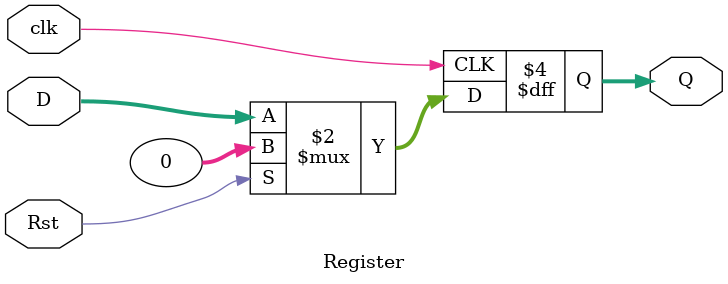
<source format=v>
`timescale 1ns / 1ps


module Universal_Register_Heap_one(
    input [3:0] R_Addr_A,
    input [3:0] R_Addr_B,
    input [3:0] R_Addr_C,
    input Write_Reg,
    input [3:0] W_Addr,  
    input [31:0] W_Data,

    input clk_,
    input Rst,
    input LA,
    input LB,
    input LC,
    
    output reg [31:0] R_Data_A,
    output reg [31:0] R_Data_B,
    output reg [31:0] R_Data_C
    );

    integer i;
    wire [14:0] clk;
    wire [31:0] Q_R[14:0];
    wire [15:0] Decoded_Output;

    Decoder_4to16 Decoder_inst (
        .clk(clk_),
        .W_Addr(W_Addr),
        .Decoded_Output(Decoded_Output)
    );

    Register R0 (.clk(clk[0]), .Rst(Rst), .D(W_Data), .Q(Q_R[0]));
    Register R1 (.clk(clk[1]), .Rst(Rst), .D(W_Data), .Q(Q_R[1]));
    Register R2 (.clk(clk[2]), .Rst(Rst), .D(W_Data), .Q(Q_R[2]));
    Register R3 (.clk(clk[3]), .Rst(Rst), .D(W_Data), .Q(Q_R[3]));
    Register R4 (.clk(clk[4]), .Rst(Rst), .D(W_Data), .Q(Q_R[4]));
    Register R5 (.clk(clk[5]), .Rst(Rst), .D(W_Data), .Q(Q_R[5]));
    Register R6 (.clk(clk[6]), .Rst(Rst), .D(W_Data), .Q(Q_R[6]));
    Register R7 (.clk(clk[7]), .Rst(Rst), .D(W_Data), .Q(Q_R[7]));
    Register R8 (.clk(clk[8]), .Rst(Rst), .D(W_Data), .Q(Q_R[8]));
    Register R9 (.clk(clk[9]), .Rst(Rst), .D(W_Data), .Q(Q_R[9]));
    Register R10 (.clk(clk[10]), .Rst(Rst), .D(W_Data), .Q(Q_R[10]));
    Register R11 (.clk(clk[11]), .Rst(Rst), .D(W_Data), .Q(Q_R[11]));
    Register R12 (.clk(clk[12]), .Rst(Rst), .D(W_Data), .Q(Q_R[12]));
    Register R13 (.clk(clk[13]), .Rst(Rst), .D(W_Data), .Q(Q_R[13]));
    Register R14 (.clk(clk[14]), .Rst(Rst), .D(W_Data), .Q(Q_R[14]));
    
    assign clk = clk_ & Decoded_Output & Write_Reg;

    always @(negedge LA) begin
        if (LA == 1'b0) begin       
            R_Data_A <= Q_R[R_Addr_A];
        end
    end
    
    always @(negedge LB) begin
        if (LB == 1'b0) begin
            R_Data_B <= Q_R[R_Addr_B];
        end
    end
    
    always @(negedge LC) begin
        if (LC == 1'b0) begin
            R_Data_C <= Q_R[R_Addr_C];
        end
    end
endmodule

module Decoder_4to16 (
        input clk,
        input [3:0] W_Addr,
        output reg [15:0] Decoded_Output
    );

    always @(*) begin
        Decoded_Output = 16'b0;
        Decoded_Output[W_Addr] = 1'b1;
        end
endmodule

module Register (
        input clk,
        input Rst,
        input [31:0] D,
        output reg [31:0] Q
    );

    always @(posedge clk) begin
        Q <= D;
        if (Rst) begin
            Q <= 32'b0;
        end
    end
endmodule


</source>
